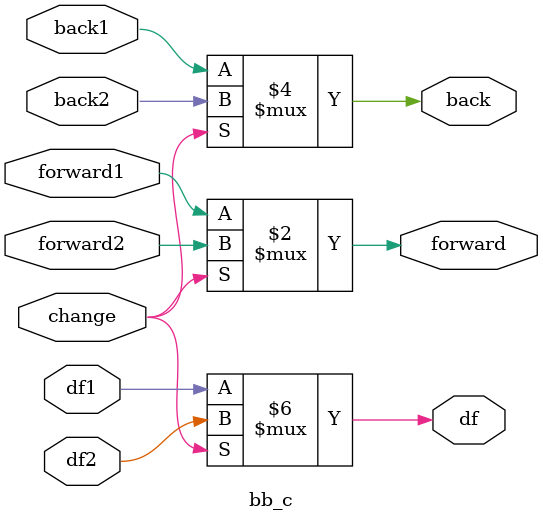
<source format=v>


module bb_c(
                   change,
                   forward,
                   forward1,
                   forward2,
                   back,
                   back1,
                   back2,
                   df,
                   df1,
                   df2
                   );

input change;

output forward;
output back;
output df;

input forward1;
input forward2;
input back1;
input back2;
input df1;
input df2;

assign forward = (!change)? forward1:forward2;
assign back    = (!change)? back1:back2;
assign df      = (!change)? df1:df2;

endmodule
</source>
